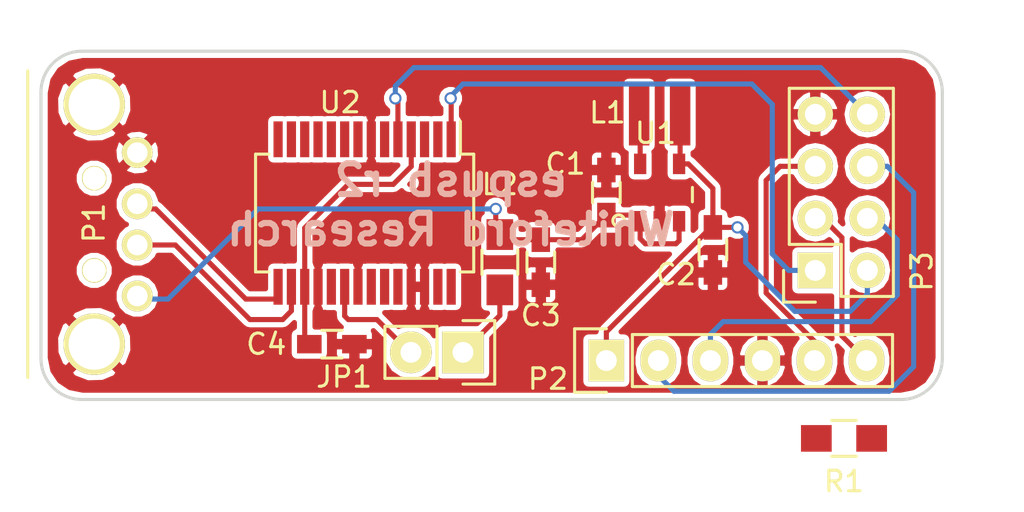
<source format=kicad_pcb>
(kicad_pcb (version 4) (host pcbnew "(2015-11-24 BZR 6329)-product")

  (general
    (links 38)
    (no_connects 5)
    (area 121.924999 97.424999 166.075001 114.575001)
    (thickness 1.6)
    (drawings 9)
    (tracks 113)
    (zones 0)
    (modules 13)
    (nets 16)
  )

  (page A4)
  (layers
    (0 F.Cu signal)
    (31 B.Cu signal)
    (32 B.Adhes user)
    (33 F.Adhes user)
    (34 B.Paste user)
    (35 F.Paste user)
    (36 B.SilkS user)
    (37 F.SilkS user)
    (38 B.Mask user)
    (39 F.Mask user)
    (40 Dwgs.User user)
    (41 Cmts.User user)
    (42 Eco1.User user)
    (43 Eco2.User user)
    (44 Edge.Cuts user)
    (45 Margin user)
    (46 B.CrtYd user)
    (47 F.CrtYd user)
    (48 B.Fab user)
    (49 F.Fab user)
  )

  (setup
    (last_trace_width 0.25)
    (trace_clearance 0.2)
    (zone_clearance 0.254)
    (zone_45_only no)
    (trace_min 0.2)
    (segment_width 0.2)
    (edge_width 0.15)
    (via_size 0.6)
    (via_drill 0.4)
    (via_min_size 0.4)
    (via_min_drill 0.3)
    (uvia_size 0.3)
    (uvia_drill 0.1)
    (uvias_allowed no)
    (uvia_min_size 0.2)
    (uvia_min_drill 0.1)
    (pcb_text_width 0.3)
    (pcb_text_size 1.5 1.5)
    (mod_edge_width 0.15)
    (mod_text_size 1 1)
    (mod_text_width 0.15)
    (pad_size 1.524 1.524)
    (pad_drill 0.762)
    (pad_to_mask_clearance 0.2)
    (aux_axis_origin 0 0)
    (visible_elements FFFFFF7F)
    (pcbplotparams
      (layerselection 0x010f0_80000001)
      (usegerberextensions false)
      (excludeedgelayer true)
      (linewidth 0.100000)
      (plotframeref false)
      (viasonmask false)
      (mode 1)
      (useauxorigin false)
      (hpglpennumber 1)
      (hpglpenspeed 20)
      (hpglpendiameter 15)
      (hpglpenoverlay 2)
      (psnegative false)
      (psa4output false)
      (plotreference true)
      (plotvalue true)
      (plotinvisibletext false)
      (padsonsilk false)
      (subtractmaskfromsilk false)
      (outputformat 1)
      (mirror false)
      (drillshape 0)
      (scaleselection 1)
      (outputdirectory gerbers/))
  )

  (net 0 "")
  (net 1 +5V)
  (net 2 GND)
  (net 3 +3V3)
  (net 4 "Net-(C4-Pad1)")
  (net 5 "Net-(JP1-Pad1)")
  (net 6 "Net-(JP1-Pad2)")
  (net 7 "Net-(L1-Pad1)")
  (net 8 USB_DP)
  (net 9 USB_DM)
  (net 10 "Net-(P2-Pad2)")
  (net 11 "Net-(P2-Pad5)")
  (net 12 "Net-(P2-Pad6)")
  (net 13 FT232_TX)
  (net 14 FT232_RX)
  (net 15 "Net-(P2-Pad4)")

  (net_class Default "This is the default net class."
    (clearance 0.2)
    (trace_width 0.25)
    (via_dia 0.6)
    (via_drill 0.4)
    (uvia_dia 0.3)
    (uvia_drill 0.1)
    (add_net +3V3)
    (add_net +5V)
    (add_net FT232_RX)
    (add_net FT232_TX)
    (add_net GND)
    (add_net "Net-(C4-Pad1)")
    (add_net "Net-(JP1-Pad1)")
    (add_net "Net-(JP1-Pad2)")
    (add_net "Net-(L1-Pad1)")
    (add_net "Net-(P2-Pad2)")
    (add_net "Net-(P2-Pad4)")
    (add_net "Net-(P2-Pad5)")
    (add_net "Net-(P2-Pad6)")
    (add_net USB_DM)
    (add_net USB_DP)
  )

  (module Connect:USB_A (layer F.Cu) (tedit 5706DAE6) (tstamp 569AC5B4)
    (at 122.5 109.5 90)
    (descr "USB A connector")
    (tags "USB USB_A")
    (path /569A96AF)
    (fp_text reference P1 (at 3.62 2.09 90) (layer F.SilkS)
      (effects (font (size 1 1) (thickness 0.15)))
    )
    (fp_text value USB_A (at 3.83794 7.43458 90) (layer F.Fab) hide
      (effects (font (size 1 1) (thickness 0.15)))
    )
    (fp_line (start -5.3 -1.4) (end 11.95 -1.4) (layer F.CrtYd) (width 0.05))
    (fp_line (start 11.04986 -1.14512) (end -3.93614 -1.14512) (layer F.SilkS) (width 0.15))
    (pad 4 thru_hole circle (at 7.05 4.2) (size 1.50114 1.50114) (drill 1.00076) (layers *.Cu *.Mask F.SilkS)
      (net 2 GND))
    (pad 3 thru_hole circle (at 4.55 4.2) (size 1.50114 1.50114) (drill 1.00076) (layers *.Cu *.Mask F.SilkS)
      (net 8 USB_DP))
    (pad 2 thru_hole circle (at 2.54 4.2) (size 1.50114 1.50114) (drill 1.00076) (layers *.Cu *.Mask F.SilkS)
      (net 9 USB_DM))
    (pad 1 thru_hole circle (at 0.05 4.2) (size 1.50114 1.50114) (drill 1.00076) (layers *.Cu *.Mask F.SilkS)
      (net 1 +5V))
    (pad 5 thru_hole circle (at 9.4 2.1) (size 2.99974 2.99974) (drill 2.5) (layers *.Cu *.Mask F.SilkS)
      (net 2 GND))
    (pad 5 thru_hole circle (at -2.3 2.1) (size 2.99974 2.99974) (drill 2.5) (layers *.Cu *.Mask F.SilkS)
      (net 2 GND))
    (pad 6 thru_hole circle (at 5.8 2.1) (size 1.2 1.2) (drill 1.1) (layers *.Cu *.Mask F.SilkS))
    (pad 7 thru_hole circle (at 1.3 2.1) (size 1.2 1.2) (drill 1.1) (layers *.Cu *.Mask F.SilkS))
    (model Connect.3dshapes/USB_A.wrl
      (at (xyz 0.14 0 0))
      (scale (xyz 1 1 1))
      (rotate (xyz 0 0 90))
    )
  )

  (module Resistors_SMD:R_0603_HandSoldering (layer F.Cu) (tedit 569AC68F) (tstamp 569AC586)
    (at 149.6 104.4 90)
    (descr "Resistor SMD 0603, hand soldering")
    (tags "resistor 0603")
    (path /569A8272)
    (attr smd)
    (fp_text reference C1 (at 1.4 -2 180) (layer F.SilkS)
      (effects (font (size 1 1) (thickness 0.15)))
    )
    (fp_text value 4.7uF (at 0 1.9 90) (layer F.Fab) hide
      (effects (font (size 1 1) (thickness 0.15)))
    )
    (fp_line (start -2 -0.8) (end 2 -0.8) (layer F.CrtYd) (width 0.05))
    (fp_line (start -2 0.8) (end 2 0.8) (layer F.CrtYd) (width 0.05))
    (fp_line (start -2 -0.8) (end -2 0.8) (layer F.CrtYd) (width 0.05))
    (fp_line (start 2 -0.8) (end 2 0.8) (layer F.CrtYd) (width 0.05))
    (fp_line (start 0.5 0.675) (end -0.5 0.675) (layer F.SilkS) (width 0.15))
    (fp_line (start -0.5 -0.675) (end 0.5 -0.675) (layer F.SilkS) (width 0.15))
    (pad 1 smd rect (at -1.1 0 90) (size 1.2 0.9) (layers F.Cu F.Paste F.Mask)
      (net 1 +5V))
    (pad 2 smd rect (at 1.1 0 90) (size 1.2 0.9) (layers F.Cu F.Paste F.Mask)
      (net 2 GND))
    (model Resistors_SMD.3dshapes/R_0603_HandSoldering.wrl
      (at (xyz 0 0 0))
      (scale (xyz 1 1 1))
      (rotate (xyz 0 0 0))
    )
  )

  (module Resistors_SMD:R_0603_HandSoldering (layer F.Cu) (tedit 569AC683) (tstamp 569AC58C)
    (at 154.8 107.2 270)
    (descr "Resistor SMD 0603, hand soldering")
    (tags "resistor 0603")
    (path /569A823B)
    (attr smd)
    (fp_text reference C2 (at 1.2 1.8 360) (layer F.SilkS)
      (effects (font (size 1 1) (thickness 0.15)))
    )
    (fp_text value 4.7uF (at 0 1.9 270) (layer F.Fab) hide
      (effects (font (size 1 1) (thickness 0.15)))
    )
    (fp_line (start -2 -0.8) (end 2 -0.8) (layer F.CrtYd) (width 0.05))
    (fp_line (start -2 0.8) (end 2 0.8) (layer F.CrtYd) (width 0.05))
    (fp_line (start -2 -0.8) (end -2 0.8) (layer F.CrtYd) (width 0.05))
    (fp_line (start 2 -0.8) (end 2 0.8) (layer F.CrtYd) (width 0.05))
    (fp_line (start 0.5 0.675) (end -0.5 0.675) (layer F.SilkS) (width 0.15))
    (fp_line (start -0.5 -0.675) (end 0.5 -0.675) (layer F.SilkS) (width 0.15))
    (pad 1 smd rect (at -1.1 0 270) (size 1.2 0.9) (layers F.Cu F.Paste F.Mask)
      (net 3 +3V3))
    (pad 2 smd rect (at 1.1 0 270) (size 1.2 0.9) (layers F.Cu F.Paste F.Mask)
      (net 2 GND))
    (model Resistors_SMD.3dshapes/R_0603_HandSoldering.wrl
      (at (xyz 0 0 0))
      (scale (xyz 1 1 1))
      (rotate (xyz 0 0 0))
    )
  )

  (module Resistors_SMD:R_0603_HandSoldering (layer F.Cu) (tedit 569AD07E) (tstamp 569AC592)
    (at 146.4 107.8 270)
    (descr "Resistor SMD 0603, hand soldering")
    (tags "resistor 0603")
    (path /569AC3DA)
    (attr smd)
    (fp_text reference C3 (at 2.6 0 360) (layer F.SilkS)
      (effects (font (size 1 1) (thickness 0.15)))
    )
    (fp_text value 10nF (at 0 1.9 270) (layer F.Fab) hide
      (effects (font (size 1 1) (thickness 0.15)))
    )
    (fp_line (start -2 -0.8) (end 2 -0.8) (layer F.CrtYd) (width 0.05))
    (fp_line (start -2 0.8) (end 2 0.8) (layer F.CrtYd) (width 0.05))
    (fp_line (start -2 -0.8) (end -2 0.8) (layer F.CrtYd) (width 0.05))
    (fp_line (start 2 -0.8) (end 2 0.8) (layer F.CrtYd) (width 0.05))
    (fp_line (start 0.5 0.675) (end -0.5 0.675) (layer F.SilkS) (width 0.15))
    (fp_line (start -0.5 -0.675) (end 0.5 -0.675) (layer F.SilkS) (width 0.15))
    (pad 1 smd rect (at -1.1 0 270) (size 1.2 0.9) (layers F.Cu F.Paste F.Mask)
      (net 1 +5V))
    (pad 2 smd rect (at 1.1 0 270) (size 1.2 0.9) (layers F.Cu F.Paste F.Mask)
      (net 2 GND))
    (model Resistors_SMD.3dshapes/R_0603_HandSoldering.wrl
      (at (xyz 0 0 0))
      (scale (xyz 1 1 1))
      (rotate (xyz 0 0 0))
    )
  )

  (module Resistors_SMD:R_0603_HandSoldering (layer F.Cu) (tedit 569AC6C0) (tstamp 569AC598)
    (at 136.2 111.8)
    (descr "Resistor SMD 0603, hand soldering")
    (tags "resistor 0603")
    (path /569ACA54)
    (attr smd)
    (fp_text reference C4 (at -3.2 0) (layer F.SilkS)
      (effects (font (size 1 1) (thickness 0.15)))
    )
    (fp_text value 100nF (at 0 1.9) (layer F.Fab) hide
      (effects (font (size 1 1) (thickness 0.15)))
    )
    (fp_line (start -2 -0.8) (end 2 -0.8) (layer F.CrtYd) (width 0.05))
    (fp_line (start -2 0.8) (end 2 0.8) (layer F.CrtYd) (width 0.05))
    (fp_line (start -2 -0.8) (end -2 0.8) (layer F.CrtYd) (width 0.05))
    (fp_line (start 2 -0.8) (end 2 0.8) (layer F.CrtYd) (width 0.05))
    (fp_line (start 0.5 0.675) (end -0.5 0.675) (layer F.SilkS) (width 0.15))
    (fp_line (start -0.5 -0.675) (end 0.5 -0.675) (layer F.SilkS) (width 0.15))
    (pad 1 smd rect (at -1.1 0) (size 1.2 0.9) (layers F.Cu F.Paste F.Mask)
      (net 4 "Net-(C4-Pad1)"))
    (pad 2 smd rect (at 1.1 0) (size 1.2 0.9) (layers F.Cu F.Paste F.Mask)
      (net 2 GND))
    (model Resistors_SMD.3dshapes/R_0603_HandSoldering.wrl
      (at (xyz 0 0 0))
      (scale (xyz 1 1 1))
      (rotate (xyz 0 0 0))
    )
  )

  (module Socket_Strips:Socket_Strip_Straight_1x02 (layer F.Cu) (tedit 569AD149) (tstamp 569AC59E)
    (at 142.6 112.2 180)
    (descr "Through hole socket strip")
    (tags "socket strip")
    (path /569AE5F1)
    (fp_text reference JP1 (at 5.8 -1.2 180) (layer F.SilkS)
      (effects (font (size 1 1) (thickness 0.15)))
    )
    (fp_text value JUMPER (at 0 -3.1 180) (layer F.Fab) hide
      (effects (font (size 1 1) (thickness 0.15)))
    )
    (fp_line (start -1.55 1.55) (end 0 1.55) (layer F.SilkS) (width 0.15))
    (fp_line (start 3.81 1.27) (end 1.27 1.27) (layer F.SilkS) (width 0.15))
    (fp_line (start -1.75 -1.75) (end -1.75 1.75) (layer F.CrtYd) (width 0.05))
    (fp_line (start 4.3 -1.75) (end 4.3 1.75) (layer F.CrtYd) (width 0.05))
    (fp_line (start -1.75 -1.75) (end 4.3 -1.75) (layer F.CrtYd) (width 0.05))
    (fp_line (start -1.75 1.75) (end 4.3 1.75) (layer F.CrtYd) (width 0.05))
    (fp_line (start 1.27 1.27) (end 1.27 -1.27) (layer F.SilkS) (width 0.15))
    (fp_line (start 0 -1.55) (end -1.55 -1.55) (layer F.SilkS) (width 0.15))
    (fp_line (start -1.55 -1.55) (end -1.55 1.55) (layer F.SilkS) (width 0.15))
    (fp_line (start 1.27 -1.27) (end 3.81 -1.27) (layer F.SilkS) (width 0.15))
    (fp_line (start 3.81 -1.27) (end 3.81 1.27) (layer F.SilkS) (width 0.15))
    (pad 1 thru_hole rect (at 0 0 180) (size 2.032 2.032) (drill 1.016) (layers *.Cu *.Mask F.SilkS)
      (net 5 "Net-(JP1-Pad1)"))
    (pad 2 thru_hole oval (at 2.54 0 180) (size 2.032 2.032) (drill 1.016) (layers *.Cu *.Mask F.SilkS)
      (net 6 "Net-(JP1-Pad2)"))
    (model Socket_Strips.3dshapes/Socket_Strip_Straight_1x02.wrl
      (at (xyz 0.05 0 0))
      (scale (xyz 1 1 1))
      (rotate (xyz 0 0 180))
    )
  )

  (module espusb:TDK_VLS_INDUCTOR (layer F.Cu) (tedit 569ACC61) (tstamp 569AC5A4)
    (at 152.2 100.6)
    (path /569A81F4)
    (fp_text reference L1 (at -2.55 -0.1) (layer F.SilkS)
      (effects (font (size 1 1) (thickness 0.15)))
    )
    (fp_text value 4.7uH (at 0 -7) (layer F.Fab) hide
      (effects (font (size 1 1) (thickness 0.15)))
    )
    (pad 1 smd rect (at -1 0) (size 1 3) (layers F.Cu F.Paste F.Mask)
      (net 7 "Net-(L1-Pad1)"))
    (pad 2 smd rect (at 1 0) (size 1 3) (layers F.Cu F.Paste F.Mask)
      (net 3 +3V3))
  )

  (module Resistors_SMD:R_0805_HandSoldering (layer F.Cu) (tedit 569AD081) (tstamp 569AC5AA)
    (at 144.4 107.8 270)
    (descr "Resistor SMD 0805, hand soldering")
    (tags "resistor 0805")
    (path /569AC200)
    (attr smd)
    (fp_text reference L2 (at -3.8 0 360) (layer F.SilkS)
      (effects (font (size 1 1) (thickness 0.15)))
    )
    (fp_text value "bead 0805" (at 0 2.1 270) (layer F.Fab) hide
      (effects (font (size 1 1) (thickness 0.15)))
    )
    (fp_line (start -2.4 -1) (end 2.4 -1) (layer F.CrtYd) (width 0.05))
    (fp_line (start -2.4 1) (end 2.4 1) (layer F.CrtYd) (width 0.05))
    (fp_line (start -2.4 -1) (end -2.4 1) (layer F.CrtYd) (width 0.05))
    (fp_line (start 2.4 -1) (end 2.4 1) (layer F.CrtYd) (width 0.05))
    (fp_line (start 0.6 0.875) (end -0.6 0.875) (layer F.SilkS) (width 0.15))
    (fp_line (start -0.6 -0.875) (end 0.6 -0.875) (layer F.SilkS) (width 0.15))
    (pad 1 smd rect (at -1.35 0 270) (size 1.5 1.3) (layers F.Cu F.Paste F.Mask)
      (net 1 +5V))
    (pad 2 smd rect (at 1.35 0 270) (size 1.5 1.3) (layers F.Cu F.Paste F.Mask)
      (net 5 "Net-(JP1-Pad1)"))
    (model Resistors_SMD.3dshapes/R_0805_HandSoldering.wrl
      (at (xyz 0 0 0))
      (scale (xyz 1 1 1))
      (rotate (xyz 0 0 0))
    )
  )

  (module Socket_Strips:Socket_Strip_Straight_1x06 (layer F.Cu) (tedit 569AD13E) (tstamp 569AC5BE)
    (at 149.6 112.6)
    (descr "Through hole socket strip")
    (tags "socket strip")
    (path /569B0FD5)
    (fp_text reference P2 (at -2.85 0.9) (layer F.SilkS)
      (effects (font (size 1 1) (thickness 0.15)))
    )
    (fp_text value CONN_01X06 (at 9.65 -16.35) (layer F.Fab) hide
      (effects (font (size 1 1) (thickness 0.15)))
    )
    (fp_line (start -1.75 -1.75) (end -1.75 1.75) (layer F.CrtYd) (width 0.05))
    (fp_line (start 14.45 -1.75) (end 14.45 1.75) (layer F.CrtYd) (width 0.05))
    (fp_line (start -1.75 -1.75) (end 14.45 -1.75) (layer F.CrtYd) (width 0.05))
    (fp_line (start -1.75 1.75) (end 14.45 1.75) (layer F.CrtYd) (width 0.05))
    (fp_line (start 1.27 1.27) (end 13.97 1.27) (layer F.SilkS) (width 0.15))
    (fp_line (start 13.97 1.27) (end 13.97 -1.27) (layer F.SilkS) (width 0.15))
    (fp_line (start 13.97 -1.27) (end 1.27 -1.27) (layer F.SilkS) (width 0.15))
    (fp_line (start -1.55 1.55) (end 0 1.55) (layer F.SilkS) (width 0.15))
    (fp_line (start 1.27 1.27) (end 1.27 -1.27) (layer F.SilkS) (width 0.15))
    (fp_line (start 0 -1.55) (end -1.55 -1.55) (layer F.SilkS) (width 0.15))
    (fp_line (start -1.55 -1.55) (end -1.55 1.55) (layer F.SilkS) (width 0.15))
    (pad 1 thru_hole rect (at 0 0) (size 1.7272 2.032) (drill 1.016) (layers *.Cu *.Mask F.SilkS)
      (net 3 +3V3))
    (pad 2 thru_hole oval (at 2.54 0) (size 1.7272 2.032) (drill 1.016) (layers *.Cu *.Mask F.SilkS)
      (net 10 "Net-(P2-Pad2)"))
    (pad 3 thru_hole oval (at 5.08 0) (size 1.7272 2.032) (drill 1.016) (layers *.Cu *.Mask F.SilkS)
      (net 2 GND))
    (pad 4 thru_hole oval (at 7.62 0) (size 1.7272 2.032) (drill 1.016) (layers *.Cu *.Mask F.SilkS)
      (net 15 "Net-(P2-Pad4)"))
    (pad 5 thru_hole oval (at 10.16 0) (size 1.7272 2.032) (drill 1.016) (layers *.Cu *.Mask F.SilkS)
      (net 11 "Net-(P2-Pad5)"))
    (pad 6 thru_hole oval (at 12.7 0) (size 1.7272 2.032) (drill 1.016) (layers *.Cu *.Mask F.SilkS)
      (net 12 "Net-(P2-Pad6)"))
    (model Socket_Strips.3dshapes/Socket_Strip_Straight_1x06.wrl
      (at (xyz 0.25 0 0))
      (scale (xyz 1 1 1))
      (rotate (xyz 0 0 180))
    )
  )

  (module Socket_Strips:Socket_Strip_Straight_2x04 (layer F.Cu) (tedit 569AD144) (tstamp 569AC5CA)
    (at 159.8 108.2 90)
    (descr "Through hole socket strip")
    (tags "socket strip")
    (path /569AEBD3)
    (fp_text reference P3 (at -0.05 5.2 90) (layer F.SilkS)
      (effects (font (size 1 1) (thickness 0.15)))
    )
    (fp_text value CONN_02X04 (at 9.95 8.7 90) (layer F.Fab) hide
      (effects (font (size 1 1) (thickness 0.15)))
    )
    (fp_line (start -1.75 -1.75) (end -1.75 4.3) (layer F.CrtYd) (width 0.05))
    (fp_line (start 9.4 -1.75) (end 9.4 4.3) (layer F.CrtYd) (width 0.05))
    (fp_line (start -1.75 -1.75) (end 9.4 -1.75) (layer F.CrtYd) (width 0.05))
    (fp_line (start -1.75 4.3) (end 9.4 4.3) (layer F.CrtYd) (width 0.05))
    (fp_line (start 1.27 -1.27) (end 8.89 -1.27) (layer F.SilkS) (width 0.15))
    (fp_line (start 8.89 -1.27) (end 8.89 3.81) (layer F.SilkS) (width 0.15))
    (fp_line (start 8.89 3.81) (end -1.27 3.81) (layer F.SilkS) (width 0.15))
    (fp_line (start -1.27 3.81) (end -1.27 1.27) (layer F.SilkS) (width 0.15))
    (fp_line (start 0 -1.55) (end -1.55 -1.55) (layer F.SilkS) (width 0.15))
    (fp_line (start -1.27 1.27) (end 1.27 1.27) (layer F.SilkS) (width 0.15))
    (fp_line (start 1.27 1.27) (end 1.27 -1.27) (layer F.SilkS) (width 0.15))
    (fp_line (start -1.55 -1.55) (end -1.55 0) (layer F.SilkS) (width 0.15))
    (pad 1 thru_hole rect (at 0 0 90) (size 1.7272 1.7272) (drill 1.016) (layers *.Cu *.Mask F.SilkS)
      (net 13 FT232_TX))
    (pad 2 thru_hole oval (at 0 2.54 90) (size 1.7272 1.7272) (drill 1.016) (layers *.Cu *.Mask F.SilkS)
      (net 3 +3V3))
    (pad 3 thru_hole oval (at 2.54 0 90) (size 1.7272 1.7272) (drill 1.016) (layers *.Cu *.Mask F.SilkS)
      (net 12 "Net-(P2-Pad6)"))
    (pad 4 thru_hole oval (at 2.54 2.54 90) (size 1.7272 1.7272) (drill 1.016) (layers *.Cu *.Mask F.SilkS)
      (net 10 "Net-(P2-Pad2)"))
    (pad 5 thru_hole oval (at 5.08 0 90) (size 1.7272 1.7272) (drill 1.016) (layers *.Cu *.Mask F.SilkS)
      (net 11 "Net-(P2-Pad5)"))
    (pad 6 thru_hole oval (at 5.08 2.54 90) (size 1.7272 1.7272) (drill 1.016) (layers *.Cu *.Mask F.SilkS)
      (net 15 "Net-(P2-Pad4)"))
    (pad 7 thru_hole oval (at 7.62 0 90) (size 1.7272 1.7272) (drill 1.016) (layers *.Cu *.Mask F.SilkS)
      (net 2 GND))
    (pad 8 thru_hole oval (at 7.62 2.54 90) (size 1.7272 1.7272) (drill 1.016) (layers *.Cu *.Mask F.SilkS)
      (net 14 FT232_RX))
    (model Socket_Strips.3dshapes/Socket_Strip_Straight_2x04.wrl
      (at (xyz 0.15 -0.05 0))
      (scale (xyz 1 1 1))
      (rotate (xyz 0 0 180))
    )
  )

  (module espusb:TSOT-5 (layer F.Cu) (tedit 569AD02A) (tstamp 569AC5D3)
    (at 152.2 104.5)
    (descr "TSOP-6 MK06A housing 6pin")
    (path /569A81AF)
    (attr smd)
    (fp_text reference U1 (at -0.2 -3) (layer F.SilkS)
      (effects (font (size 1 1) (thickness 0.15)))
    )
    (fp_text value MCP1603 (at -0.4 7.4) (layer F.Fab) hide
      (effects (font (size 1 1) (thickness 0.15)))
    )
    (fp_circle (center -2 1.275) (end -1.825 1.5) (layer F.SilkS) (width 0.15))
    (fp_line (start 1.6002 -0.35052) (end 1.6002 0.35052) (layer F.SilkS) (width 0.15))
    (pad 1 smd rect (at -0.94996 1.30048) (size 0.6 1.00076) (layers F.Cu F.Paste F.Mask)
      (net 1 +5V))
    (pad 2 smd rect (at 0 1.30048) (size 0.6 1.00076) (layers F.Cu F.Paste F.Mask)
      (net 2 GND))
    (pad 3 smd rect (at 0.94996 1.30048) (size 0.6 1.00076) (layers F.Cu F.Paste F.Mask)
      (net 1 +5V))
    (pad 4 smd rect (at 0.94996 -1.5) (size 0.6 1.00076) (layers F.Cu F.Paste F.Mask)
      (net 3 +3V3))
    (pad 5 smd rect (at -0.94996 -1.5) (size 0.6 1.00076) (layers F.Cu F.Paste F.Mask)
      (net 7 "Net-(L1-Pad1)"))
    (model TO_SOT_Packages_SMD.3dshapes/TSOT-6-MK06A.wrl
      (at (xyz 0 0 0))
      (scale (xyz 1 1 1))
      (rotate (xyz 0 0 0))
    )
  )

  (module espusb:SSOP-28_5.3x10.2mm_Pitch0.65mm (layer F.Cu) (tedit 569AD079) (tstamp 569AC5F3)
    (at 137.8 105.4 270)
    (descr "28-Lead Plastic Shrink Small Outline (SS)-5.30 mm Body [SSOP] (see Microchip Packaging Specification 00000049BS.pdf)")
    (tags "SSOP 0.65")
    (path /569AAC6F)
    (attr smd)
    (fp_text reference U2 (at -5.4 1.2 360) (layer F.SilkS)
      (effects (font (size 1 1) (thickness 0.15)))
    )
    (fp_text value FT232 (at -0.25 0.25 360) (layer F.Fab)
      (effects (font (size 1 1) (thickness 0.15)))
    )
    (fp_line (start -4.75 -5.5) (end -4.75 5.5) (layer F.CrtYd) (width 0.05))
    (fp_line (start 4.75 -5.5) (end 4.75 5.5) (layer F.CrtYd) (width 0.05))
    (fp_line (start -4.75 -5.5) (end 4.75 -5.5) (layer F.CrtYd) (width 0.05))
    (fp_line (start -4.75 5.5) (end 4.75 5.5) (layer F.CrtYd) (width 0.05))
    (fp_line (start -2.875 -5.325) (end -2.875 -4.675) (layer F.SilkS) (width 0.15))
    (fp_line (start 2.875 -5.325) (end 2.875 -4.675) (layer F.SilkS) (width 0.15))
    (fp_line (start 2.875 5.325) (end 2.875 4.675) (layer F.SilkS) (width 0.15))
    (fp_line (start -2.875 5.325) (end -2.875 4.675) (layer F.SilkS) (width 0.15))
    (fp_line (start -2.875 -5.325) (end 2.875 -5.325) (layer F.SilkS) (width 0.15))
    (fp_line (start -2.875 5.325) (end 2.875 5.325) (layer F.SilkS) (width 0.15))
    (fp_line (start -2.875 -4.675) (end -4.475 -4.675) (layer F.SilkS) (width 0.15))
    (pad 1 smd rect (at -3.6 -4.225 270) (size 1.75 0.45) (layers F.Cu F.Paste F.Mask)
      (net 13 FT232_TX))
    (pad 2 smd rect (at -3.6 -3.575 270) (size 1.75 0.45) (layers F.Cu F.Paste F.Mask))
    (pad 3 smd rect (at -3.6 -2.925 270) (size 1.75 0.45) (layers F.Cu F.Paste F.Mask))
    (pad 4 smd rect (at -3.6 -2.275 270) (size 1.75 0.45) (layers F.Cu F.Paste F.Mask)
      (net 4 "Net-(C4-Pad1)"))
    (pad 5 smd rect (at -3.6 -1.625 270) (size 1.75 0.45) (layers F.Cu F.Paste F.Mask)
      (net 14 FT232_RX))
    (pad 6 smd rect (at -3.6 -0.975 270) (size 1.75 0.45) (layers F.Cu F.Paste F.Mask))
    (pad 7 smd rect (at -3.6 -0.325 270) (size 1.75 0.45) (layers F.Cu F.Paste F.Mask)
      (net 2 GND))
    (pad 8 smd rect (at -3.6 0.325 270) (size 1.75 0.45) (layers F.Cu F.Paste F.Mask))
    (pad 9 smd rect (at -3.6 0.975 270) (size 1.75 0.45) (layers F.Cu F.Paste F.Mask))
    (pad 10 smd rect (at -3.6 1.625 270) (size 1.75 0.45) (layers F.Cu F.Paste F.Mask))
    (pad 11 smd rect (at -3.6 2.275 270) (size 1.75 0.45) (layers F.Cu F.Paste F.Mask))
    (pad 12 smd rect (at -3.6 2.925 270) (size 1.75 0.45) (layers F.Cu F.Paste F.Mask))
    (pad 13 smd rect (at -3.6 3.575 270) (size 1.75 0.45) (layers F.Cu F.Paste F.Mask))
    (pad 14 smd rect (at -3.6 4.225 270) (size 1.75 0.45) (layers F.Cu F.Paste F.Mask))
    (pad 15 smd rect (at 3.6 4.225 270) (size 1.75 0.45) (layers F.Cu F.Paste F.Mask)
      (net 8 USB_DP))
    (pad 16 smd rect (at 3.6 3.575 270) (size 1.75 0.45) (layers F.Cu F.Paste F.Mask)
      (net 9 USB_DM))
    (pad 17 smd rect (at 3.6 2.925 270) (size 1.75 0.45) (layers F.Cu F.Paste F.Mask)
      (net 4 "Net-(C4-Pad1)"))
    (pad 18 smd rect (at 3.6 2.275 270) (size 1.75 0.45) (layers F.Cu F.Paste F.Mask)
      (net 2 GND))
    (pad 19 smd rect (at 3.6 1.625 270) (size 1.75 0.45) (layers F.Cu F.Paste F.Mask))
    (pad 20 smd rect (at 3.6 0.975 270) (size 1.75 0.45) (layers F.Cu F.Paste F.Mask)
      (net 6 "Net-(JP1-Pad2)"))
    (pad 21 smd rect (at 3.6 0.325 270) (size 1.75 0.45) (layers F.Cu F.Paste F.Mask)
      (net 2 GND))
    (pad 22 smd rect (at 3.6 -0.325 270) (size 1.75 0.45) (layers F.Cu F.Paste F.Mask))
    (pad 23 smd rect (at 3.6 -0.975 270) (size 1.75 0.45) (layers F.Cu F.Paste F.Mask))
    (pad 24 smd rect (at 3.6 -1.625 270) (size 1.75 0.45) (layers F.Cu F.Paste F.Mask))
    (pad 25 smd rect (at 3.6 -2.275 270) (size 1.75 0.45) (layers F.Cu F.Paste F.Mask)
      (net 2 GND))
    (pad 26 smd rect (at 3.6 -2.925 270) (size 1.75 0.45) (layers F.Cu F.Paste F.Mask)
      (net 2 GND))
    (pad 27 smd rect (at 3.6 -3.575 270) (size 1.75 0.45) (layers F.Cu F.Paste F.Mask))
    (pad 28 smd rect (at 3.6 -4.225 270) (size 1.75 0.45) (layers F.Cu F.Paste F.Mask))
    (model Housings_SSOP.3dshapes/SSOP-28_5.3x10.2mm_Pitch0.65mm.wrl
      (at (xyz 0 0 0))
      (scale (xyz 1 1 1))
      (rotate (xyz 0 0 0))
    )
  )

  (module Resistors_SMD:R_0805_HandSoldering (layer F.Cu) (tedit 54189DEE) (tstamp 572894D3)
    (at 161.2 116.4 180)
    (descr "Resistor SMD 0805, hand soldering")
    (tags "resistor 0805")
    (path /57289BFF)
    (attr smd)
    (fp_text reference R1 (at 0 -2.1 180) (layer F.SilkS)
      (effects (font (size 1 1) (thickness 0.15)))
    )
    (fp_text value 0 (at 0 2.1 180) (layer F.Fab)
      (effects (font (size 1 1) (thickness 0.15)))
    )
    (fp_line (start -2.4 -1) (end 2.4 -1) (layer F.CrtYd) (width 0.05))
    (fp_line (start -2.4 1) (end 2.4 1) (layer F.CrtYd) (width 0.05))
    (fp_line (start -2.4 -1) (end -2.4 1) (layer F.CrtYd) (width 0.05))
    (fp_line (start 2.4 -1) (end 2.4 1) (layer F.CrtYd) (width 0.05))
    (fp_line (start 0.6 0.875) (end -0.6 0.875) (layer F.SilkS) (width 0.15))
    (fp_line (start -0.6 -0.875) (end 0.6 -0.875) (layer F.SilkS) (width 0.15))
    (pad 1 smd rect (at -1.35 0 180) (size 1.5 1.3) (layers F.Cu F.Paste F.Mask)
      (net 12 "Net-(P2-Pad6)"))
    (pad 2 smd rect (at 1.35 0 180) (size 1.5 1.3) (layers F.Cu F.Paste F.Mask)
      (net 11 "Net-(P2-Pad5)"))
    (model Resistors_SMD.3dshapes/R_0805_HandSoldering.wrl
      (at (xyz 0 0 0))
      (scale (xyz 1 1 1))
      (rotate (xyz 0 0 0))
    )
  )

  (gr_text "espusb r2\nWhiteford Research" (at 142 105) (layer B.SilkS)
    (effects (font (size 1.5 1.5) (thickness 0.3)) (justify mirror))
  )
  (gr_line (start 166 112.5) (end 166 99.5) (angle 90) (layer Edge.Cuts) (width 0.15))
  (gr_line (start 122 99.5) (end 122 112.5) (angle 90) (layer Edge.Cuts) (width 0.15))
  (gr_arc (start 164 99.5) (end 164 97.5) (angle 90) (layer Edge.Cuts) (width 0.15))
  (gr_arc (start 164 112.5) (end 166 112.5) (angle 90) (layer Edge.Cuts) (width 0.15))
  (gr_arc (start 124 112.5) (end 124 114.5) (angle 90) (layer Edge.Cuts) (width 0.15))
  (gr_arc (start 124 99.5) (end 122 99.5) (angle 90) (layer Edge.Cuts) (width 0.15))
  (gr_line (start 164 114.5) (end 124 114.5) (angle 90) (layer Edge.Cuts) (width 0.15))
  (gr_line (start 124 97.5) (end 164 97.5) (angle 90) (layer Edge.Cuts) (width 0.15))

  (segment (start 140 104) (end 140.075 103.925) (width 0.25) (layer F.Cu) (net 0) (tstamp 569AD183))
  (segment (start 126.85 109.6) (end 128.2 109.6) (width 0.25) (layer B.Cu) (net 1))
  (via (at 144.2 105.2) (size 0.6) (drill 0.4) (layers F.Cu B.Cu) (net 1))
  (segment (start 144.2 105.2) (end 132.6 105.2) (width 0.25) (layer B.Cu) (net 1) (tstamp 569ACFA1))
  (segment (start 132.6 105.2) (end 128.2 109.6) (width 0.25) (layer B.Cu) (net 1) (tstamp 569ACFA2))
  (segment (start 144.2 105.2) (end 144.2 106.25) (width 0.25) (layer F.Cu) (net 1) (tstamp 569ACF8E))
  (segment (start 126.85 109.6) (end 126.7 109.45) (width 0.25) (layer B.Cu) (net 1) (tstamp 5706DDC0))
  (segment (start 151.25004 105.80048) (end 151.25004 106.65004) (width 0.25) (layer F.Cu) (net 1))
  (segment (start 153.14996 106.75004) (end 153.14996 105.80048) (width 0.25) (layer F.Cu) (net 1) (tstamp 5706D607))
  (segment (start 153 106.9) (end 153.14996 106.75004) (width 0.25) (layer F.Cu) (net 1) (tstamp 5706D604))
  (segment (start 151.5 106.9) (end 153 106.9) (width 0.25) (layer F.Cu) (net 1) (tstamp 5706D603))
  (segment (start 151.25004 106.65004) (end 151.5 106.9) (width 0.25) (layer F.Cu) (net 1) (tstamp 5706D602))
  (segment (start 149.6 105.5) (end 150.94956 105.5) (width 0.25) (layer F.Cu) (net 1))
  (segment (start 150.94956 105.5) (end 151.25004 105.80048) (width 0.25) (layer F.Cu) (net 1) (tstamp 5706D5BB))
  (segment (start 146.4 106.7) (end 148.4 106.7) (width 0.25) (layer F.Cu) (net 1))
  (segment (start 148.4 106.7) (end 149.6 105.5) (width 0.25) (layer F.Cu) (net 1) (tstamp 569AD040))
  (segment (start 144.4 106.45) (end 144.2 106.25) (width 0.25) (layer F.Cu) (net 1))
  (segment (start 144.4 106.45) (end 144.65 106.7) (width 0.25) (layer F.Cu) (net 1))
  (segment (start 144.65 106.7) (end 146.4 106.7) (width 0.25) (layer F.Cu) (net 1) (tstamp 569ACF8B))
  (segment (start 151.25004 105.9) (end 151.3 105.9) (width 0.25) (layer F.Cu) (net 1))
  (segment (start 159.8 100.58) (end 159.38 100.58) (width 0.25) (layer B.Cu) (net 2))
  (segment (start 154.68 111.32) (end 154.68 112.6) (width 0.25) (layer B.Cu) (net 2) (tstamp 5706D650))
  (segment (start 155.3 110.7) (end 154.68 111.32) (width 0.25) (layer B.Cu) (net 2) (tstamp 5706D64F))
  (segment (start 149.6 112.6) (end 149.6 111.2) (width 0.25) (layer F.Cu) (net 3))
  (segment (start 149.6 111.2) (end 154.7 106.1) (width 0.25) (layer F.Cu) (net 3) (tstamp 5706D5F5))
  (segment (start 154.7 106.1) (end 154.8 106.1) (width 0.25) (layer F.Cu) (net 3) (tstamp 5706D5FA))
  (segment (start 162.34 108.2) (end 162.34 109.36) (width 0.25) (layer B.Cu) (net 3))
  (segment (start 156 106.1) (end 154.8 106.1) (width 0.25) (layer F.Cu) (net 3) (tstamp 5706D5EE))
  (via (at 156 106.1) (size 0.6) (drill 0.4) (layers F.Cu B.Cu) (net 3))
  (segment (start 156.4 106.5) (end 156 106.1) (width 0.25) (layer B.Cu) (net 3) (tstamp 5706D5EC))
  (segment (start 156.4 107.8) (end 156.4 106.5) (width 0.25) (layer B.Cu) (net 3) (tstamp 5706D5EB))
  (segment (start 158.8 110.2) (end 156.4 107.8) (width 0.25) (layer B.Cu) (net 3) (tstamp 5706D5E8))
  (segment (start 161.5 110.2) (end 158.8 110.2) (width 0.25) (layer B.Cu) (net 3) (tstamp 5706D5E7))
  (segment (start 162.34 109.36) (end 161.5 110.2) (width 0.25) (layer B.Cu) (net 3) (tstamp 5706D5E6))
  (segment (start 153.14996 103) (end 153.6 103) (width 0.25) (layer F.Cu) (net 3))
  (segment (start 154.8 104.2) (end 154.8 106.1) (width 0.25) (layer F.Cu) (net 3) (tstamp 5706D5C5))
  (segment (start 153.6 103) (end 154.8 104.2) (width 0.25) (layer F.Cu) (net 3) (tstamp 5706D5C4))
  (segment (start 153.2 100.6) (end 153.2 102.94996) (width 0.25) (layer F.Cu) (net 3))
  (segment (start 153.2 102.94996) (end 153.14996 103) (width 0.25) (layer F.Cu) (net 3) (tstamp 5706D5C1))
  (segment (start 154.6 105.9) (end 154.8 106.1) (width 0.25) (layer F.Cu) (net 3) (tstamp 569AD055))
  (segment (start 153.2 100.6) (end 153.2 101.4) (width 0.25) (layer F.Cu) (net 3))
  (segment (start 140.075 101.8) (end 140.075 103.125) (width 0.25) (layer F.Cu) (net 4))
  (segment (start 134.875 106.125) (end 137 104) (width 0.25) (layer F.Cu) (net 4) (tstamp 569AD17A))
  (segment (start 134.875 106.125) (end 134.875 109) (width 0.25) (layer F.Cu) (net 4))
  (segment (start 139.2 104) (end 137 104) (width 0.25) (layer F.Cu) (net 4) (tstamp 56B6743B))
  (segment (start 140.075 103.125) (end 139.2 104) (width 0.25) (layer F.Cu) (net 4) (tstamp 56B67437))
  (segment (start 134.875 109) (end 134.875 111.575) (width 0.25) (layer F.Cu) (net 4))
  (segment (start 134.875 111.575) (end 135.1 111.8) (width 0.25) (layer F.Cu) (net 4) (tstamp 569ACF78))
  (segment (start 142.6 112.2) (end 144.4 110.4) (width 0.25) (layer F.Cu) (net 5))
  (segment (start 144.4 110.4) (end 144.4 109.15) (width 0.25) (layer F.Cu) (net 5) (tstamp 569ACF87))
  (segment (start 140.06 112.2) (end 140 112.2) (width 0.25) (layer F.Cu) (net 6))
  (segment (start 140 112.2) (end 138.4 110.6) (width 0.25) (layer F.Cu) (net 6) (tstamp 569ACF80))
  (segment (start 138.4 110.6) (end 137 110.6) (width 0.25) (layer F.Cu) (net 6) (tstamp 569ACF81))
  (segment (start 137 110.6) (end 136.825 110.425) (width 0.25) (layer F.Cu) (net 6) (tstamp 569ACF83))
  (segment (start 136.825 110.425) (end 136.825 109) (width 0.25) (layer F.Cu) (net 6) (tstamp 569ACF84))
  (segment (start 151.25004 103) (end 151.25004 100.65004) (width 0.25) (layer F.Cu) (net 7))
  (segment (start 151.25004 100.65004) (end 151.2 100.6) (width 0.25) (layer F.Cu) (net 7) (tstamp 5706D5BE))
  (segment (start 151.2 103.04948) (end 151.25004 103.09952) (width 0.25) (layer F.Cu) (net 7) (tstamp 569AD04B))
  (segment (start 128.8 106.4) (end 127.6 105.2) (width 0.25) (layer F.Cu) (net 8))
  (segment (start 132 109.6) (end 128.8 106.4) (width 0.25) (layer F.Cu) (net 8) (tstamp 569ACF70))
  (segment (start 133.4 109.6) (end 132 109.6) (width 0.25) (layer F.Cu) (net 8) (tstamp 569ACF6F))
  (segment (start 127.6 105.2) (end 126.95 105.2) (width 0.25) (layer F.Cu) (net 8) (tstamp 5706DDB6))
  (segment (start 126.95 105.2) (end 126.7 104.95) (width 0.25) (layer F.Cu) (net 8) (tstamp 5706DDB7))
  (segment (start 133.575 109) (end 133.575 109.425) (width 0.25) (layer F.Cu) (net 8))
  (segment (start 133.575 109.425) (end 133.4 109.6) (width 0.25) (layer F.Cu) (net 8) (tstamp 569ACF6E))
  (segment (start 126.70086 106.95914) (end 128.55914 106.95914) (width 0.25) (layer F.Cu) (net 9))
  (segment (start 134.225 110.175) (end 133.8 110.6) (width 0.25) (layer F.Cu) (net 9) (tstamp 569ACF66))
  (segment (start 133.8 110.6) (end 132.2 110.6) (width 0.25) (layer F.Cu) (net 9) (tstamp 569ACF67))
  (segment (start 132.2 110.6) (end 128.55914 106.95914) (width 0.25) (layer F.Cu) (net 9) (tstamp 569ACF68))
  (segment (start 134.225 110.175) (end 134.225 109) (width 0.25) (layer F.Cu) (net 9))
  (segment (start 126.70086 106.95914) (end 126.7 106.96) (width 0.25) (layer F.Cu) (net 9) (tstamp 5706DDBA))
  (segment (start 152.14 112.6) (end 152.14 113.34) (width 0.25) (layer B.Cu) (net 10))
  (segment (start 152.14 113.34) (end 152.9 114.1) (width 0.25) (layer B.Cu) (net 10) (tstamp 5706D67B))
  (segment (start 152.9 114.1) (end 163.4 114.1) (width 0.25) (layer B.Cu) (net 10) (tstamp 5706D67D))
  (segment (start 163.4 114.1) (end 164.6 112.9) (width 0.25) (layer B.Cu) (net 10) (tstamp 5706D680))
  (segment (start 164.6 112.9) (end 164.6 104.4) (width 0.25) (layer B.Cu) (net 10) (tstamp 5706D683))
  (segment (start 164.6 104.4) (end 163.32 103.12) (width 0.25) (layer B.Cu) (net 10) (tstamp 5706D686))
  (segment (start 162.34 105.66) (end 162.76 105.66) (width 0.25) (layer B.Cu) (net 10))
  (segment (start 162.76 105.66) (end 163.8 106.7) (width 0.25) (layer B.Cu) (net 10) (tstamp 5706D646))
  (segment (start 163.8 106.7) (end 163.8 109.4) (width 0.25) (layer B.Cu) (net 10) (tstamp 5706D648))
  (segment (start 163.8 109.4) (end 162.5 110.7) (width 0.25) (layer B.Cu) (net 10) (tstamp 5706D64A))
  (segment (start 162.5 110.7) (end 155.3 110.7) (width 0.25) (layer B.Cu) (net 10) (tstamp 5706D64C))
  (segment (start 159.8 103.12) (end 158.08 103.12) (width 0.25) (layer F.Cu) (net 11))
  (segment (start 157.4 109.3) (end 159.76 111.66) (width 0.25) (layer F.Cu) (net 11) (tstamp 5706D62C))
  (segment (start 157.4 103.8) (end 157.4 109.3) (width 0.25) (layer F.Cu) (net 11) (tstamp 5706D62A))
  (segment (start 158.08 103.12) (end 157.4 103.8) (width 0.25) (layer F.Cu) (net 11) (tstamp 5706D61E))
  (segment (start 159.76 111.66) (end 159.76 112.6) (width 0.25) (layer F.Cu) (net 11) (tstamp 5706D62F))
  (segment (start 159.8 103.12) (end 159.28 103.12) (width 0.25) (layer B.Cu) (net 11))
  (segment (start 159.8 105.66) (end 160.16 105.66) (width 0.25) (layer F.Cu) (net 12))
  (segment (start 160.16 105.66) (end 161.1 106.6) (width 0.25) (layer F.Cu) (net 12) (tstamp 5706D690))
  (segment (start 161.1 111.4) (end 162.3 112.6) (width 0.25) (layer F.Cu) (net 12) (tstamp 5706D696))
  (segment (start 161.1 106.6) (end 161.1 111.4) (width 0.25) (layer F.Cu) (net 12) (tstamp 5706D693))
  (segment (start 159.8 105.66) (end 160.26 105.66) (width 0.25) (layer B.Cu) (net 12))
  (segment (start 159.8 108.2) (end 158.5 108.2) (width 0.25) (layer B.Cu) (net 13))
  (segment (start 142.025 99.825) (end 142.025 101.8) (width 0.25) (layer F.Cu) (net 13) (tstamp 5706D54A))
  (segment (start 142 99.8) (end 142.025 99.825) (width 0.25) (layer F.Cu) (net 13) (tstamp 5706D549))
  (via (at 142 99.8) (size 0.6) (drill 0.4) (layers F.Cu B.Cu) (net 13))
  (segment (start 142 99.7) (end 142 99.8) (width 0.25) (layer B.Cu) (net 13) (tstamp 5706D544))
  (segment (start 142.6 99.1) (end 142 99.7) (width 0.25) (layer B.Cu) (net 13) (tstamp 5706D543))
  (segment (start 156.7 99.1) (end 142.6 99.1) (width 0.25) (layer B.Cu) (net 13) (tstamp 5706D540))
  (segment (start 157.7 100.1) (end 156.7 99.1) (width 0.25) (layer B.Cu) (net 13) (tstamp 5706D53E))
  (segment (start 157.7 107.4) (end 157.7 100.1) (width 0.25) (layer B.Cu) (net 13) (tstamp 5706D53B))
  (segment (start 158.5 108.2) (end 157.7 107.4) (width 0.25) (layer B.Cu) (net 13) (tstamp 5706D534))
  (segment (start 162.34 100.58) (end 160.06 98.3) (width 0.25) (layer B.Cu) (net 14))
  (segment (start 139.425 99.925) (end 139.425 101.8) (width 0.25) (layer F.Cu) (net 14) (tstamp 5706D51F))
  (segment (start 139.3 99.8) (end 139.425 99.925) (width 0.25) (layer F.Cu) (net 14) (tstamp 5706D51E))
  (via (at 139.3 99.8) (size 0.6) (drill 0.4) (layers F.Cu B.Cu) (net 14))
  (segment (start 139.3 99.2) (end 139.3 99.8) (width 0.25) (layer B.Cu) (net 14) (tstamp 5706D517))
  (segment (start 140.2 98.3) (end 139.3 99.2) (width 0.25) (layer B.Cu) (net 14) (tstamp 5706D514))
  (segment (start 160.06 98.3) (end 140.2 98.3) (width 0.25) (layer B.Cu) (net 14) (tstamp 5706D50D))
  (segment (start 162.34 100.58) (end 162.34 100.66) (width 0.25) (layer B.Cu) (net 14))
  (segment (start 163.32 103.12) (end 162.34 103.12) (width 0.25) (layer B.Cu) (net 15) (tstamp 5706D688))
  (segment (start 162.34 103.12) (end 162.34 103.14) (width 0.25) (layer B.Cu) (net 15))

  (zone (net 2) (net_name GND) (layer F.Cu) (tstamp 569AD15C) (hatch edge 0.508)
    (connect_pads (clearance 0.254))
    (min_thickness 0.254)
    (fill yes (arc_segments 16) (thermal_gap 0.254) (thermal_bridge_width 0.508))
    (polygon
      (pts
        (xy 170 120) (xy 120 120) (xy 120 95) (xy 170 95) (xy 170 120)
      )
    )
    (filled_polygon
      (pts
        (xy 164.587445 98.081784) (xy 165.085456 98.414544) (xy 165.418216 98.912555) (xy 165.544 99.544911) (xy 165.544 112.455089)
        (xy 165.418216 113.087445) (xy 165.085456 113.585456) (xy 164.587445 113.918216) (xy 163.955088 114.044) (xy 124.044911 114.044)
        (xy 123.412555 113.918216) (xy 122.914544 113.585456) (xy 122.640521 113.17535) (xy 123.404256 113.17535) (xy 123.578014 113.422709)
        (xy 124.276791 113.690285) (xy 125.024775 113.670082) (xy 125.621986 113.422709) (xy 125.795744 113.17535) (xy 124.6 111.979605)
        (xy 123.404256 113.17535) (xy 122.640521 113.17535) (xy 122.581784 113.087445) (xy 122.456 112.455088) (xy 122.456 111.476791)
        (xy 122.709715 111.476791) (xy 122.729918 112.224775) (xy 122.977291 112.821986) (xy 123.22465 112.995744) (xy 124.420395 111.8)
        (xy 124.779605 111.8) (xy 125.97535 112.995744) (xy 126.222709 112.821986) (xy 126.490285 112.123209) (xy 126.470082 111.375225)
        (xy 126.222709 110.778014) (xy 125.97535 110.604256) (xy 124.779605 111.8) (xy 124.420395 111.8) (xy 123.22465 110.604256)
        (xy 122.977291 110.778014) (xy 122.709715 111.476791) (xy 122.456 111.476791) (xy 122.456 110.42465) (xy 123.404256 110.42465)
        (xy 124.6 111.620395) (xy 125.795744 110.42465) (xy 125.621986 110.177291) (xy 124.923209 109.909715) (xy 124.175225 109.929918)
        (xy 123.578014 110.177291) (xy 123.404256 110.42465) (xy 122.456 110.42465) (xy 122.456 109.674096) (xy 125.568234 109.674096)
        (xy 125.740142 110.090146) (xy 126.05818 110.408739) (xy 126.473929 110.581373) (xy 126.924096 110.581766) (xy 127.340146 110.409858)
        (xy 127.658739 110.09182) (xy 127.831373 109.676071) (xy 127.831766 109.225904) (xy 127.659858 108.809854) (xy 127.34182 108.491261)
        (xy 126.926071 108.318627) (xy 126.475904 108.318234) (xy 126.059854 108.490142) (xy 125.741261 108.80818) (xy 125.568627 109.223929)
        (xy 125.568234 109.674096) (xy 122.456 109.674096) (xy 122.456 108.394277) (xy 123.61883 108.394277) (xy 123.767864 108.754966)
        (xy 124.043583 109.031166) (xy 124.404011 109.180829) (xy 124.794277 109.18117) (xy 125.154966 109.032136) (xy 125.431166 108.756417)
        (xy 125.580829 108.395989) (xy 125.58117 108.005723) (xy 125.432136 107.645034) (xy 125.156417 107.368834) (xy 124.795989 107.219171)
        (xy 124.405723 107.21883) (xy 124.045034 107.367864) (xy 123.768834 107.643583) (xy 123.619171 108.004011) (xy 123.61883 108.394277)
        (xy 122.456 108.394277) (xy 122.456 105.174096) (xy 125.568234 105.174096) (xy 125.740142 105.590146) (xy 126.05818 105.908739)
        (xy 126.169348 105.9549) (xy 126.059854 106.000142) (xy 125.741261 106.31818) (xy 125.568627 106.733929) (xy 125.568234 107.184096)
        (xy 125.740142 107.600146) (xy 126.05818 107.918739) (xy 126.473929 108.091373) (xy 126.924096 108.091766) (xy 127.340146 107.919858)
        (xy 127.658739 107.60182) (xy 127.715493 107.46514) (xy 128.349548 107.46514) (xy 131.842204 110.957796) (xy 132.006362 111.067483)
        (xy 132.2 111.106) (xy 133.8 111.106) (xy 133.993638 111.067483) (xy 134.157796 110.957796) (xy 134.369 110.746592)
        (xy 134.369 110.986186) (xy 134.35881 110.988103) (xy 134.229135 111.071546) (xy 134.142141 111.198866) (xy 134.111536 111.35)
        (xy 134.111536 112.25) (xy 134.138103 112.39119) (xy 134.221546 112.520865) (xy 134.348866 112.607859) (xy 134.5 112.638464)
        (xy 135.7 112.638464) (xy 135.84119 112.611897) (xy 135.970865 112.528454) (xy 136.057859 112.401134) (xy 136.088464 112.25)
        (xy 136.088464 112.02225) (xy 136.319 112.02225) (xy 136.319 112.325785) (xy 136.377004 112.465819) (xy 136.48418 112.572996)
        (xy 136.624214 112.631) (xy 137.07775 112.631) (xy 137.173 112.53575) (xy 137.173 111.927) (xy 137.427 111.927)
        (xy 137.427 112.53575) (xy 137.52225 112.631) (xy 137.975786 112.631) (xy 138.11582 112.572996) (xy 138.222996 112.465819)
        (xy 138.281 112.325785) (xy 138.281 112.02225) (xy 138.18575 111.927) (xy 137.427 111.927) (xy 137.173 111.927)
        (xy 136.41425 111.927) (xy 136.319 112.02225) (xy 136.088464 112.02225) (xy 136.088464 111.35) (xy 136.061897 111.20881)
        (xy 135.978454 111.079135) (xy 135.851134 110.992141) (xy 135.7 110.961536) (xy 135.381 110.961536) (xy 135.381 110.19225)
        (xy 135.4125 110.16075) (xy 135.4125 110.092519) (xy 135.457859 110.026134) (xy 135.488464 109.875) (xy 135.488464 108.125)
        (xy 135.561536 108.125) (xy 135.561536 109.875) (xy 135.588103 110.01619) (xy 135.6375 110.092956) (xy 135.6375 110.16075)
        (xy 135.73275 110.256) (xy 135.825785 110.256) (xy 135.854469 110.244119) (xy 135.95 110.263464) (xy 136.319 110.263464)
        (xy 136.319 110.425) (xy 136.357517 110.618638) (xy 136.467204 110.782796) (xy 136.642204 110.957796) (xy 136.658972 110.969)
        (xy 136.624214 110.969) (xy 136.48418 111.027004) (xy 136.377004 111.134181) (xy 136.319 111.274215) (xy 136.319 111.57775)
        (xy 136.41425 111.673) (xy 137.173 111.673) (xy 137.173 111.653) (xy 137.427 111.653) (xy 137.427 111.673)
        (xy 138.18575 111.673) (xy 138.281 111.57775) (xy 138.281 111.274215) (xy 138.226112 111.141704) (xy 138.745106 111.660698)
        (xy 138.741971 111.665391) (xy 138.635631 112.2) (xy 138.741971 112.734609) (xy 139.044803 113.187828) (xy 139.498022 113.49066)
        (xy 140.032631 113.597) (xy 140.087369 113.597) (xy 140.621978 113.49066) (xy 141.075197 113.187828) (xy 141.195536 113.007728)
        (xy 141.195536 113.216) (xy 141.222103 113.35719) (xy 141.305546 113.486865) (xy 141.432866 113.573859) (xy 141.584 113.604464)
        (xy 143.616 113.604464) (xy 143.75719 113.577897) (xy 143.886865 113.494454) (xy 143.973859 113.367134) (xy 144.004464 113.216)
        (xy 144.004464 111.511128) (xy 144.757796 110.757796) (xy 144.867483 110.593638) (xy 144.906 110.4) (xy 144.906 110.288464)
        (xy 145.05 110.288464) (xy 145.19119 110.261897) (xy 145.320865 110.178454) (xy 145.407859 110.051134) (xy 145.438464 109.9)
        (xy 145.438464 109.12225) (xy 145.569 109.12225) (xy 145.569 109.575786) (xy 145.627004 109.71582) (xy 145.734181 109.822996)
        (xy 145.874215 109.881) (xy 146.17775 109.881) (xy 146.273 109.78575) (xy 146.273 109.027) (xy 146.527 109.027)
        (xy 146.527 109.78575) (xy 146.62225 109.881) (xy 146.925785 109.881) (xy 147.065819 109.822996) (xy 147.172996 109.71582)
        (xy 147.231 109.575786) (xy 147.231 109.12225) (xy 147.13575 109.027) (xy 146.527 109.027) (xy 146.273 109.027)
        (xy 145.66425 109.027) (xy 145.569 109.12225) (xy 145.438464 109.12225) (xy 145.438464 108.4) (xy 145.411897 108.25881)
        (xy 145.389636 108.224214) (xy 145.569 108.224214) (xy 145.569 108.67775) (xy 145.66425 108.773) (xy 146.273 108.773)
        (xy 146.273 108.01425) (xy 146.527 108.01425) (xy 146.527 108.773) (xy 147.13575 108.773) (xy 147.231 108.67775)
        (xy 147.231 108.224214) (xy 147.172996 108.08418) (xy 147.065819 107.977004) (xy 146.925785 107.919) (xy 146.62225 107.919)
        (xy 146.527 108.01425) (xy 146.273 108.01425) (xy 146.17775 107.919) (xy 145.874215 107.919) (xy 145.734181 107.977004)
        (xy 145.627004 108.08418) (xy 145.569 108.224214) (xy 145.389636 108.224214) (xy 145.328454 108.129135) (xy 145.201134 108.042141)
        (xy 145.05 108.011536) (xy 143.75 108.011536) (xy 143.60881 108.038103) (xy 143.479135 108.121546) (xy 143.392141 108.248866)
        (xy 143.361536 108.4) (xy 143.361536 109.9) (xy 143.388103 110.04119) (xy 143.471546 110.170865) (xy 143.598866 110.257859)
        (xy 143.75 110.288464) (xy 143.795944 110.288464) (xy 143.288872 110.795536) (xy 141.584 110.795536) (xy 141.44281 110.822103)
        (xy 141.313135 110.905546) (xy 141.226141 111.032866) (xy 141.195536 111.184) (xy 141.195536 111.392272) (xy 141.075197 111.212172)
        (xy 140.621978 110.90934) (xy 140.087369 110.803) (xy 140.032631 110.803) (xy 139.498022 110.90934) (xy 139.454208 110.938616)
        (xy 138.779056 110.263464) (xy 139 110.263464) (xy 139.10367 110.243957) (xy 139.2 110.263464) (xy 139.65 110.263464)
        (xy 139.747805 110.245061) (xy 139.774215 110.256) (xy 139.86725 110.256) (xy 139.9625 110.16075) (xy 139.9625 110.092519)
        (xy 140.007859 110.026134) (xy 140.038464 109.875) (xy 140.038464 109.22225) (xy 140.119 109.22225) (xy 140.119 109.950786)
        (xy 140.177004 110.09082) (xy 140.1875 110.101316) (xy 140.1875 110.16075) (xy 140.28275 110.256) (xy 140.375785 110.256)
        (xy 140.4 110.24597) (xy 140.424215 110.256) (xy 140.51725 110.256) (xy 140.6125 110.16075) (xy 140.6125 110.101316)
        (xy 140.622996 110.09082) (xy 140.681 109.950786) (xy 140.681 109.22225) (xy 140.6125 109.15375) (xy 140.6125 109.127)
        (xy 140.1875 109.127) (xy 140.1875 109.15375) (xy 140.119 109.22225) (xy 140.038464 109.22225) (xy 140.038464 108.125)
        (xy 140.024204 108.049214) (xy 140.119 108.049214) (xy 140.119 108.77775) (xy 140.1875 108.84625) (xy 140.1875 108.873)
        (xy 140.6125 108.873) (xy 140.6125 108.84625) (xy 140.681 108.77775) (xy 140.681 108.125) (xy 140.761536 108.125)
        (xy 140.761536 109.875) (xy 140.788103 110.01619) (xy 140.8375 110.092956) (xy 140.8375 110.16075) (xy 140.93275 110.256)
        (xy 141.025785 110.256) (xy 141.054469 110.244119) (xy 141.15 110.263464) (xy 141.6 110.263464) (xy 141.70367 110.243957)
        (xy 141.8 110.263464) (xy 142.25 110.263464) (xy 142.39119 110.236897) (xy 142.520865 110.153454) (xy 142.607859 110.026134)
        (xy 142.638464 109.875) (xy 142.638464 108.125) (xy 142.611897 107.98381) (xy 142.528454 107.854135) (xy 142.401134 107.767141)
        (xy 142.25 107.736536) (xy 141.8 107.736536) (xy 141.69633 107.756043) (xy 141.6 107.736536) (xy 141.15 107.736536)
        (xy 141.052195 107.754939) (xy 141.025785 107.744) (xy 140.93275 107.744) (xy 140.8375 107.83925) (xy 140.8375 107.907481)
        (xy 140.792141 107.973866) (xy 140.761536 108.125) (xy 140.681 108.125) (xy 140.681 108.049214) (xy 140.622996 107.90918)
        (xy 140.6125 107.898684) (xy 140.6125 107.83925) (xy 140.51725 107.744) (xy 140.424215 107.744) (xy 140.4 107.75403)
        (xy 140.375785 107.744) (xy 140.28275 107.744) (xy 140.1875 107.83925) (xy 140.1875 107.898684) (xy 140.177004 107.90918)
        (xy 140.119 108.049214) (xy 140.024204 108.049214) (xy 140.011897 107.98381) (xy 139.9625 107.907044) (xy 139.9625 107.83925)
        (xy 139.86725 107.744) (xy 139.774215 107.744) (xy 139.745531 107.755881) (xy 139.65 107.736536) (xy 139.2 107.736536)
        (xy 139.09633 107.756043) (xy 139 107.736536) (xy 138.55 107.736536) (xy 138.44633 107.756043) (xy 138.35 107.736536)
        (xy 137.9 107.736536) (xy 137.802195 107.754939) (xy 137.775785 107.744) (xy 137.68275 107.744) (xy 137.5875 107.83925)
        (xy 137.5875 107.907481) (xy 137.542141 107.973866) (xy 137.511536 108.125) (xy 137.511536 109.147) (xy 137.438464 109.147)
        (xy 137.438464 108.125) (xy 137.411897 107.98381) (xy 137.3625 107.907044) (xy 137.3625 107.83925) (xy 137.26725 107.744)
        (xy 137.174215 107.744) (xy 137.145531 107.755881) (xy 137.05 107.736536) (xy 136.6 107.736536) (xy 136.49633 107.756043)
        (xy 136.4 107.736536) (xy 135.95 107.736536) (xy 135.852195 107.754939) (xy 135.825785 107.744) (xy 135.73275 107.744)
        (xy 135.6375 107.83925) (xy 135.6375 107.907481) (xy 135.592141 107.973866) (xy 135.561536 108.125) (xy 135.488464 108.125)
        (xy 135.461897 107.98381) (xy 135.4125 107.907044) (xy 135.4125 107.83925) (xy 135.381 107.80775) (xy 135.381 106.334592)
        (xy 136.015592 105.7) (xy 143.361536 105.7) (xy 143.361536 107.2) (xy 143.388103 107.34119) (xy 143.471546 107.470865)
        (xy 143.598866 107.557859) (xy 143.75 107.588464) (xy 145.05 107.588464) (xy 145.19119 107.561897) (xy 145.320865 107.478454)
        (xy 145.407859 107.351134) (xy 145.437249 107.206) (xy 145.561536 107.206) (xy 145.561536 107.3) (xy 145.588103 107.44119)
        (xy 145.671546 107.570865) (xy 145.798866 107.657859) (xy 145.95 107.688464) (xy 146.85 107.688464) (xy 146.99119 107.661897)
        (xy 147.120865 107.578454) (xy 147.207859 107.451134) (xy 147.238464 107.3) (xy 147.238464 107.206) (xy 148.4 107.206)
        (xy 148.593638 107.167483) (xy 148.757796 107.057796) (xy 149.327128 106.488464) (xy 150.05 106.488464) (xy 150.19119 106.461897)
        (xy 150.320865 106.378454) (xy 150.407859 106.251134) (xy 150.438464 106.1) (xy 150.438464 106.006) (xy 150.561576 106.006)
        (xy 150.561576 106.30086) (xy 150.588143 106.44205) (xy 150.671586 106.571725) (xy 150.74404 106.621231) (xy 150.74404 106.65004)
        (xy 150.782557 106.843678) (xy 150.892244 107.007836) (xy 151.142204 107.257796) (xy 151.306362 107.367483) (xy 151.5 107.406)
        (xy 152.678408 107.406) (xy 149.242204 110.842204) (xy 149.132517 111.006362) (xy 149.094888 111.195536) (xy 148.7364 111.195536)
        (xy 148.59521 111.222103) (xy 148.465535 111.305546) (xy 148.378541 111.432866) (xy 148.347936 111.584) (xy 148.347936 113.616)
        (xy 148.374503 113.75719) (xy 148.457946 113.886865) (xy 148.585266 113.973859) (xy 148.7364 114.004464) (xy 150.4636 114.004464)
        (xy 150.60479 113.977897) (xy 150.734465 113.894454) (xy 150.821459 113.767134) (xy 150.852064 113.616) (xy 150.852064 112.420231)
        (xy 150.8954 112.420231) (xy 150.8954 112.779769) (xy 150.99014 113.256057) (xy 151.259935 113.659834) (xy 151.663712 113.929629)
        (xy 152.14 114.024369) (xy 152.616288 113.929629) (xy 153.020065 113.659834) (xy 153.28986 113.256057) (xy 153.3846 112.779769)
        (xy 153.3846 112.420231) (xy 153.4354 112.420231) (xy 153.4354 112.779769) (xy 153.53014 113.256057) (xy 153.799935 113.659834)
        (xy 154.203712 113.929629) (xy 154.68 114.024369) (xy 155.156288 113.929629) (xy 155.560065 113.659834) (xy 155.82986 113.256057)
        (xy 155.896265 112.922213) (xy 155.985473 112.922213) (xy 156.14443 113.38172) (xy 156.467133 113.745419) (xy 156.900882 113.955393)
        (xy 157.093 113.894712) (xy 157.093 112.727) (xy 157.347 112.727) (xy 157.347 113.894712) (xy 157.539118 113.955393)
        (xy 157.972867 113.745419) (xy 158.29557 113.38172) (xy 158.454527 112.922213) (xy 158.370643 112.727) (xy 157.347 112.727)
        (xy 157.093 112.727) (xy 156.069357 112.727) (xy 155.985473 112.922213) (xy 155.896265 112.922213) (xy 155.9246 112.779769)
        (xy 155.9246 112.420231) (xy 155.896266 112.277787) (xy 155.985473 112.277787) (xy 156.069357 112.473) (xy 157.093 112.473)
        (xy 157.093 111.305288) (xy 157.347 111.305288) (xy 157.347 112.473) (xy 158.370643 112.473) (xy 158.454527 112.277787)
        (xy 158.29557 111.81828) (xy 157.972867 111.454581) (xy 157.539118 111.244607) (xy 157.347 111.305288) (xy 157.093 111.305288)
        (xy 156.900882 111.244607) (xy 156.467133 111.454581) (xy 156.14443 111.81828) (xy 155.985473 112.277787) (xy 155.896266 112.277787)
        (xy 155.82986 111.943943) (xy 155.560065 111.540166) (xy 155.156288 111.270371) (xy 154.68 111.175631) (xy 154.203712 111.270371)
        (xy 153.799935 111.540166) (xy 153.53014 111.943943) (xy 153.4354 112.420231) (xy 153.3846 112.420231) (xy 153.28986 111.943943)
        (xy 153.020065 111.540166) (xy 152.616288 111.270371) (xy 152.14 111.175631) (xy 151.663712 111.270371) (xy 151.259935 111.540166)
        (xy 150.99014 111.943943) (xy 150.8954 112.420231) (xy 150.852064 112.420231) (xy 150.852064 111.584) (xy 150.825497 111.44281)
        (xy 150.742054 111.313135) (xy 150.614734 111.226141) (xy 150.4636 111.195536) (xy 150.320056 111.195536) (xy 152.993342 108.52225)
        (xy 153.969 108.52225) (xy 153.969 108.975786) (xy 154.027004 109.11582) (xy 154.134181 109.222996) (xy 154.274215 109.281)
        (xy 154.57775 109.281) (xy 154.673 109.18575) (xy 154.673 108.427) (xy 154.927 108.427) (xy 154.927 109.18575)
        (xy 155.02225 109.281) (xy 155.325785 109.281) (xy 155.465819 109.222996) (xy 155.572996 109.11582) (xy 155.631 108.975786)
        (xy 155.631 108.52225) (xy 155.53575 108.427) (xy 154.927 108.427) (xy 154.673 108.427) (xy 154.06425 108.427)
        (xy 153.969 108.52225) (xy 152.993342 108.52225) (xy 154.023887 107.491705) (xy 153.969 107.624214) (xy 153.969 108.07775)
        (xy 154.06425 108.173) (xy 154.673 108.173) (xy 154.673 107.41425) (xy 154.927 107.41425) (xy 154.927 108.173)
        (xy 155.53575 108.173) (xy 155.631 108.07775) (xy 155.631 107.624214) (xy 155.572996 107.48418) (xy 155.465819 107.377004)
        (xy 155.325785 107.319) (xy 155.02225 107.319) (xy 154.927 107.41425) (xy 154.673 107.41425) (xy 154.57775 107.319)
        (xy 154.274215 107.319) (xy 154.141704 107.373888) (xy 154.427128 107.088464) (xy 155.25 107.088464) (xy 155.39119 107.061897)
        (xy 155.520865 106.978454) (xy 155.607859 106.851134) (xy 155.638464 106.7) (xy 155.638464 106.687253) (xy 155.863946 106.780882)
        (xy 156.134865 106.781118) (xy 156.385252 106.677661) (xy 156.576987 106.486259) (xy 156.680882 106.236054) (xy 156.681118 105.965135)
        (xy 156.577661 105.714748) (xy 156.386259 105.523013) (xy 156.136054 105.419118) (xy 155.865135 105.418882) (xy 155.638464 105.51254)
        (xy 155.638464 105.5) (xy 155.611897 105.35881) (xy 155.528454 105.229135) (xy 155.401134 105.142141) (xy 155.306 105.122876)
        (xy 155.306 104.2) (xy 155.267483 104.006362) (xy 155.157796 103.842204) (xy 155.115592 103.8) (xy 156.894 103.8)
        (xy 156.894 109.3) (xy 156.932517 109.493638) (xy 157.042204 109.657796) (xy 158.906694 111.522286) (xy 158.879935 111.540166)
        (xy 158.61014 111.943943) (xy 158.5154 112.420231) (xy 158.5154 112.779769) (xy 158.61014 113.256057) (xy 158.879935 113.659834)
        (xy 159.283712 113.929629) (xy 159.76 114.024369) (xy 160.236288 113.929629) (xy 160.640065 113.659834) (xy 160.90986 113.256057)
        (xy 161.0046 112.779769) (xy 161.0046 112.420231) (xy 160.90986 111.943943) (xy 160.872625 111.888217) (xy 161.113343 112.128935)
        (xy 161.0554 112.420231) (xy 161.0554 112.779769) (xy 161.15014 113.256057) (xy 161.419935 113.659834) (xy 161.823712 113.929629)
        (xy 162.3 114.024369) (xy 162.776288 113.929629) (xy 163.180065 113.659834) (xy 163.44986 113.256057) (xy 163.5446 112.779769)
        (xy 163.5446 112.420231) (xy 163.44986 111.943943) (xy 163.180065 111.540166) (xy 162.776288 111.270371) (xy 162.3 111.175631)
        (xy 161.823712 111.270371) (xy 161.741137 111.325545) (xy 161.606 111.190408) (xy 161.606 109.202045) (xy 161.863712 109.374243)
        (xy 162.34 109.468983) (xy 162.816288 109.374243) (xy 163.220065 109.104448) (xy 163.48986 108.700671) (xy 163.5846 108.224383)
        (xy 163.5846 108.175617) (xy 163.48986 107.699329) (xy 163.220065 107.295552) (xy 162.816288 107.025757) (xy 162.34 106.931017)
        (xy 161.863712 107.025757) (xy 161.606 107.197955) (xy 161.606 106.662045) (xy 161.863712 106.834243) (xy 162.34 106.928983)
        (xy 162.816288 106.834243) (xy 163.220065 106.564448) (xy 163.48986 106.160671) (xy 163.5846 105.684383) (xy 163.5846 105.635617)
        (xy 163.48986 105.159329) (xy 163.220065 104.755552) (xy 162.816288 104.485757) (xy 162.34 104.391017) (xy 161.863712 104.485757)
        (xy 161.459935 104.755552) (xy 161.19014 105.159329) (xy 161.0954 105.635617) (xy 161.0954 105.684383) (xy 161.143925 105.928333)
        (xy 161.020605 105.805013) (xy 161.0446 105.684383) (xy 161.0446 105.635617) (xy 160.94986 105.159329) (xy 160.680065 104.755552)
        (xy 160.276288 104.485757) (xy 159.8 104.391017) (xy 159.323712 104.485757) (xy 158.919935 104.755552) (xy 158.65014 105.159329)
        (xy 158.5554 105.635617) (xy 158.5554 105.684383) (xy 158.65014 106.160671) (xy 158.919935 106.564448) (xy 159.323712 106.834243)
        (xy 159.8 106.928983) (xy 160.276288 106.834243) (xy 160.48152 106.697112) (xy 160.594 106.809592) (xy 160.594 106.947936)
        (xy 158.9364 106.947936) (xy 158.79521 106.974503) (xy 158.665535 107.057946) (xy 158.578541 107.185266) (xy 158.547936 107.3364)
        (xy 158.547936 109.0636) (xy 158.574503 109.20479) (xy 158.657946 109.334465) (xy 158.785266 109.421459) (xy 158.9364 109.452064)
        (xy 160.594 109.452064) (xy 160.594 111.4) (xy 160.619093 111.526153) (xy 160.236288 111.270371) (xy 160.048637 111.233045)
        (xy 157.906 109.090408) (xy 157.906 104.009592) (xy 158.289592 103.626) (xy 158.653701 103.626) (xy 158.919935 104.024448)
        (xy 159.323712 104.294243) (xy 159.8 104.388983) (xy 160.276288 104.294243) (xy 160.680065 104.024448) (xy 160.94986 103.620671)
        (xy 161.0446 103.144383) (xy 161.0446 103.095617) (xy 161.0954 103.095617) (xy 161.0954 103.144383) (xy 161.19014 103.620671)
        (xy 161.459935 104.024448) (xy 161.863712 104.294243) (xy 162.34 104.388983) (xy 162.816288 104.294243) (xy 163.220065 104.024448)
        (xy 163.48986 103.620671) (xy 163.5846 103.144383) (xy 163.5846 103.095617) (xy 163.48986 102.619329) (xy 163.220065 102.215552)
        (xy 162.816288 101.945757) (xy 162.34 101.851017) (xy 161.863712 101.945757) (xy 161.459935 102.215552) (xy 161.19014 102.619329)
        (xy 161.0954 103.095617) (xy 161.0446 103.095617) (xy 160.94986 102.619329) (xy 160.680065 102.215552) (xy 160.276288 101.945757)
        (xy 159.8 101.851017) (xy 159.323712 101.945757) (xy 158.919935 102.215552) (xy 158.653701 102.614) (xy 158.08 102.614)
        (xy 157.886362 102.652517) (xy 157.722204 102.762204) (xy 157.042204 103.442204) (xy 156.932517 103.606362) (xy 156.894 103.8)
        (xy 155.115592 103.8) (xy 153.957796 102.642204) (xy 153.838424 102.562442) (xy 153.838424 102.49962) (xy 153.831663 102.46369)
        (xy 153.84119 102.461897) (xy 153.970865 102.378454) (xy 154.057859 102.251134) (xy 154.088464 102.1) (xy 154.088464 100.89912)
        (xy 158.596995 100.89912) (xy 158.81069 101.335199) (xy 159.174999 101.656305) (xy 159.480882 101.782993) (xy 159.673 101.722312)
        (xy 159.673 100.707) (xy 159.927 100.707) (xy 159.927 101.722312) (xy 160.119118 101.782993) (xy 160.425001 101.656305)
        (xy 160.78931 101.335199) (xy 161.003005 100.89912) (xy 160.942865 100.707) (xy 159.927 100.707) (xy 159.673 100.707)
        (xy 158.657135 100.707) (xy 158.596995 100.89912) (xy 154.088464 100.89912) (xy 154.088464 100.555617) (xy 161.0954 100.555617)
        (xy 161.0954 100.604383) (xy 161.19014 101.080671) (xy 161.459935 101.484448) (xy 161.863712 101.754243) (xy 162.34 101.848983)
        (xy 162.816288 101.754243) (xy 163.220065 101.484448) (xy 163.48986 101.080671) (xy 163.5846 100.604383) (xy 163.5846 100.555617)
        (xy 163.48986 100.079329) (xy 163.220065 99.675552) (xy 162.816288 99.405757) (xy 162.34 99.311017) (xy 161.863712 99.405757)
        (xy 161.459935 99.675552) (xy 161.19014 100.079329) (xy 161.0954 100.555617) (xy 154.088464 100.555617) (xy 154.088464 100.26088)
        (xy 158.596995 100.26088) (xy 158.657135 100.453) (xy 159.673 100.453) (xy 159.673 99.437688) (xy 159.927 99.437688)
        (xy 159.927 100.453) (xy 160.942865 100.453) (xy 161.003005 100.26088) (xy 160.78931 99.824801) (xy 160.425001 99.503695)
        (xy 160.119118 99.377007) (xy 159.927 99.437688) (xy 159.673 99.437688) (xy 159.480882 99.377007) (xy 159.174999 99.503695)
        (xy 158.81069 99.824801) (xy 158.596995 100.26088) (xy 154.088464 100.26088) (xy 154.088464 99.1) (xy 154.061897 98.95881)
        (xy 153.978454 98.829135) (xy 153.851134 98.742141) (xy 153.7 98.711536) (xy 152.7 98.711536) (xy 152.55881 98.738103)
        (xy 152.429135 98.821546) (xy 152.342141 98.948866) (xy 152.311536 99.1) (xy 152.311536 102.1) (xy 152.338103 102.24119)
        (xy 152.421546 102.370865) (xy 152.479544 102.410494) (xy 152.461496 102.49962) (xy 152.461496 103.50038) (xy 152.488063 103.64157)
        (xy 152.571506 103.771245) (xy 152.698826 103.858239) (xy 152.84996 103.888844) (xy 153.44996 103.888844) (xy 153.59115 103.862277)
        (xy 153.685788 103.80138) (xy 154.294 104.409592) (xy 154.294 105.122073) (xy 154.20881 105.138103) (xy 154.079135 105.221546)
        (xy 153.992141 105.348866) (xy 153.961536 105.5) (xy 153.961536 106.122872) (xy 153.838424 106.245984) (xy 153.838424 105.3001)
        (xy 153.811857 105.15891) (xy 153.728414 105.029235) (xy 153.601094 104.942241) (xy 153.44996 104.911636) (xy 152.84996 104.911636)
        (xy 152.70877 104.938203) (xy 152.674752 104.960093) (xy 152.575786 104.9191) (xy 152.42225 104.9191) (xy 152.327 105.01435)
        (xy 152.327 105.67348) (xy 152.347 105.67348) (xy 152.347 105.92748) (xy 152.327 105.92748) (xy 152.327 105.94748)
        (xy 152.073 105.94748) (xy 152.073 105.92748) (xy 152.053 105.92748) (xy 152.053 105.67348) (xy 152.073 105.67348)
        (xy 152.073 105.01435) (xy 151.97775 104.9191) (xy 151.824214 104.9191) (xy 151.726526 104.959564) (xy 151.701174 104.942241)
        (xy 151.55004 104.911636) (xy 150.95004 104.911636) (xy 150.80885 104.938203) (xy 150.722138 104.994) (xy 150.438464 104.994)
        (xy 150.438464 104.9) (xy 150.411897 104.75881) (xy 150.328454 104.629135) (xy 150.201134 104.542141) (xy 150.05 104.511536)
        (xy 149.15 104.511536) (xy 149.00881 104.538103) (xy 148.879135 104.621546) (xy 148.792141 104.748866) (xy 148.761536 104.9)
        (xy 148.761536 105.622872) (xy 148.190408 106.194) (xy 147.238464 106.194) (xy 147.238464 106.1) (xy 147.211897 105.95881)
        (xy 147.128454 105.829135) (xy 147.001134 105.742141) (xy 146.85 105.711536) (xy 145.95 105.711536) (xy 145.80881 105.738103)
        (xy 145.679135 105.821546) (xy 145.592141 105.948866) (xy 145.561536 106.1) (xy 145.561536 106.194) (xy 145.438464 106.194)
        (xy 145.438464 105.7) (xy 145.411897 105.55881) (xy 145.328454 105.429135) (xy 145.201134 105.342141) (xy 145.05 105.311536)
        (xy 144.880903 105.311536) (xy 144.881118 105.065135) (xy 144.777661 104.814748) (xy 144.586259 104.623013) (xy 144.336054 104.519118)
        (xy 144.065135 104.518882) (xy 143.814748 104.622339) (xy 143.623013 104.813741) (xy 143.519118 105.063946) (xy 143.518882 105.334865)
        (xy 143.538827 105.383136) (xy 143.479135 105.421546) (xy 143.392141 105.548866) (xy 143.361536 105.7) (xy 136.015592 105.7)
        (xy 137.209592 104.506) (xy 139.2 104.506) (xy 139.393638 104.467483) (xy 139.557796 104.357796) (xy 139.608395 104.307197)
        (xy 139.642204 104.357796) (xy 139.806362 104.467483) (xy 140 104.506) (xy 140.193638 104.467483) (xy 140.357796 104.357796)
        (xy 140.432796 104.282796) (xy 140.542483 104.118638) (xy 140.581 103.925) (xy 140.542483 103.731362) (xy 140.432796 103.567204)
        (xy 140.382197 103.533395) (xy 140.393342 103.52225) (xy 148.769 103.52225) (xy 148.769 103.975786) (xy 148.827004 104.11582)
        (xy 148.934181 104.222996) (xy 149.074215 104.281) (xy 149.37775 104.281) (xy 149.473 104.18575) (xy 149.473 103.427)
        (xy 149.727 103.427) (xy 149.727 104.18575) (xy 149.82225 104.281) (xy 150.125785 104.281) (xy 150.265819 104.222996)
        (xy 150.372996 104.11582) (xy 150.431 103.975786) (xy 150.431 103.52225) (xy 150.33575 103.427) (xy 149.727 103.427)
        (xy 149.473 103.427) (xy 148.86425 103.427) (xy 148.769 103.52225) (xy 140.393342 103.52225) (xy 140.432796 103.482796)
        (xy 140.542483 103.318638) (xy 140.581 103.125) (xy 140.581 103.063464) (xy 140.95 103.063464) (xy 141.05367 103.043957)
        (xy 141.15 103.063464) (xy 141.6 103.063464) (xy 141.70367 103.043957) (xy 141.8 103.063464) (xy 142.25 103.063464)
        (xy 142.39119 103.036897) (xy 142.520865 102.953454) (xy 142.607859 102.826134) (xy 142.638464 102.675) (xy 142.638464 102.624214)
        (xy 148.769 102.624214) (xy 148.769 103.07775) (xy 148.86425 103.173) (xy 149.473 103.173) (xy 149.473 102.41425)
        (xy 149.727 102.41425) (xy 149.727 103.173) (xy 150.33575 103.173) (xy 150.431 103.07775) (xy 150.431 102.624214)
        (xy 150.372996 102.48418) (xy 150.265819 102.377004) (xy 150.125785 102.319) (xy 149.82225 102.319) (xy 149.727 102.41425)
        (xy 149.473 102.41425) (xy 149.37775 102.319) (xy 149.074215 102.319) (xy 148.934181 102.377004) (xy 148.827004 102.48418)
        (xy 148.769 102.624214) (xy 142.638464 102.624214) (xy 142.638464 100.925) (xy 142.611897 100.78381) (xy 142.531 100.658092)
        (xy 142.531 100.232166) (xy 142.576987 100.186259) (xy 142.680882 99.936054) (xy 142.681118 99.665135) (xy 142.577661 99.414748)
        (xy 142.386259 99.223013) (xy 142.136054 99.119118) (xy 141.865135 99.118882) (xy 141.614748 99.222339) (xy 141.423013 99.413741)
        (xy 141.319118 99.663946) (xy 141.318882 99.934865) (xy 141.422339 100.185252) (xy 141.519 100.282081) (xy 141.519 100.536536)
        (xy 141.15 100.536536) (xy 141.04633 100.556043) (xy 140.95 100.536536) (xy 140.5 100.536536) (xy 140.39633 100.556043)
        (xy 140.3 100.536536) (xy 139.931 100.536536) (xy 139.931 100.056182) (xy 139.980882 99.936054) (xy 139.981118 99.665135)
        (xy 139.877661 99.414748) (xy 139.686259 99.223013) (xy 139.436054 99.119118) (xy 139.165135 99.118882) (xy 138.914748 99.222339)
        (xy 138.723013 99.413741) (xy 138.619118 99.663946) (xy 138.618882 99.934865) (xy 138.722339 100.185252) (xy 138.913741 100.376987)
        (xy 138.919 100.379171) (xy 138.919 100.536536) (xy 138.55 100.536536) (xy 138.452195 100.554939) (xy 138.425785 100.544)
        (xy 138.33275 100.544) (xy 138.2375 100.63925) (xy 138.2375 100.707481) (xy 138.192141 100.773866) (xy 138.161536 100.925)
        (xy 138.161536 102.675) (xy 138.188103 102.81619) (xy 138.2375 102.892956) (xy 138.2375 102.96075) (xy 138.33275 103.056)
        (xy 138.425785 103.056) (xy 138.454469 103.044119) (xy 138.55 103.063464) (xy 139 103.063464) (xy 139.10367 103.043957)
        (xy 139.2 103.063464) (xy 139.420944 103.063464) (xy 138.990408 103.494) (xy 137 103.494) (xy 136.806362 103.532517)
        (xy 136.642204 103.642204) (xy 134.517204 105.767204) (xy 134.407517 105.931362) (xy 134.369 106.125) (xy 134.369 107.736536)
        (xy 134 107.736536) (xy 133.89633 107.756043) (xy 133.8 107.736536) (xy 133.35 107.736536) (xy 133.20881 107.763103)
        (xy 133.079135 107.846546) (xy 132.992141 107.973866) (xy 132.961536 108.125) (xy 132.961536 109.094) (xy 132.209592 109.094)
        (xy 127.957796 104.842204) (xy 127.831738 104.757975) (xy 127.831766 104.725904) (xy 127.659858 104.309854) (xy 127.34182 103.991261)
        (xy 126.926071 103.818627) (xy 126.475904 103.818234) (xy 126.059854 103.990142) (xy 125.741261 104.30818) (xy 125.568627 104.723929)
        (xy 125.568234 105.174096) (xy 122.456 105.174096) (xy 122.456 103.894277) (xy 123.61883 103.894277) (xy 123.767864 104.254966)
        (xy 124.043583 104.531166) (xy 124.404011 104.680829) (xy 124.794277 104.68117) (xy 125.154966 104.532136) (xy 125.431166 104.256417)
        (xy 125.580829 103.895989) (xy 125.58117 103.505723) (xy 125.489086 103.282861) (xy 126.046744 103.282861) (xy 126.128715 103.452371)
        (xy 126.555793 103.594691) (xy 127.004824 103.562743) (xy 127.271285 103.452371) (xy 127.353256 103.282861) (xy 126.7 102.629605)
        (xy 126.046744 103.282861) (xy 125.489086 103.282861) (xy 125.432136 103.145034) (xy 125.156417 102.868834) (xy 124.795989 102.719171)
        (xy 124.405723 102.71883) (xy 124.045034 102.867864) (xy 123.768834 103.143583) (xy 123.619171 103.504011) (xy 123.61883 103.894277)
        (xy 122.456 103.894277) (xy 122.456 102.305793) (xy 125.555309 102.305793) (xy 125.587257 102.754824) (xy 125.697629 103.021285)
        (xy 125.867139 103.103256) (xy 126.520395 102.45) (xy 126.879605 102.45) (xy 127.532861 103.103256) (xy 127.702371 103.021285)
        (xy 127.844691 102.594207) (xy 127.812743 102.145176) (xy 127.702371 101.878715) (xy 127.532861 101.796744) (xy 126.879605 102.45)
        (xy 126.520395 102.45) (xy 125.867139 101.796744) (xy 125.697629 101.878715) (xy 125.555309 102.305793) (xy 122.456 102.305793)
        (xy 122.456 101.47535) (xy 123.404256 101.47535) (xy 123.578014 101.722709) (xy 124.276791 101.990285) (xy 125.024775 101.970082)
        (xy 125.621986 101.722709) (xy 125.696143 101.617139) (xy 126.046744 101.617139) (xy 126.7 102.270395) (xy 127.353256 101.617139)
        (xy 127.271285 101.447629) (xy 126.844207 101.305309) (xy 126.395176 101.337257) (xy 126.128715 101.447629) (xy 126.046744 101.617139)
        (xy 125.696143 101.617139) (xy 125.795744 101.47535) (xy 124.6 100.279605) (xy 123.404256 101.47535) (xy 122.456 101.47535)
        (xy 122.456 99.776791) (xy 122.709715 99.776791) (xy 122.729918 100.524775) (xy 122.977291 101.121986) (xy 123.22465 101.295744)
        (xy 124.420395 100.1) (xy 124.779605 100.1) (xy 125.97535 101.295744) (xy 126.222709 101.121986) (xy 126.298138 100.925)
        (xy 132.961536 100.925) (xy 132.961536 102.675) (xy 132.988103 102.81619) (xy 133.071546 102.945865) (xy 133.198866 103.032859)
        (xy 133.35 103.063464) (xy 133.8 103.063464) (xy 133.90367 103.043957) (xy 134 103.063464) (xy 134.45 103.063464)
        (xy 134.55367 103.043957) (xy 134.65 103.063464) (xy 135.1 103.063464) (xy 135.20367 103.043957) (xy 135.3 103.063464)
        (xy 135.75 103.063464) (xy 135.85367 103.043957) (xy 135.95 103.063464) (xy 136.4 103.063464) (xy 136.50367 103.043957)
        (xy 136.6 103.063464) (xy 137.05 103.063464) (xy 137.15367 103.043957) (xy 137.25 103.063464) (xy 137.7 103.063464)
        (xy 137.797805 103.045061) (xy 137.824215 103.056) (xy 137.91725 103.056) (xy 138.0125 102.96075) (xy 138.0125 102.892519)
        (xy 138.057859 102.826134) (xy 138.088464 102.675) (xy 138.088464 100.925) (xy 138.061897 100.78381) (xy 138.0125 100.707044)
        (xy 138.0125 100.63925) (xy 137.91725 100.544) (xy 137.824215 100.544) (xy 137.795531 100.555881) (xy 137.7 100.536536)
        (xy 137.25 100.536536) (xy 137.14633 100.556043) (xy 137.05 100.536536) (xy 136.6 100.536536) (xy 136.49633 100.556043)
        (xy 136.4 100.536536) (xy 135.95 100.536536) (xy 135.84633 100.556043) (xy 135.75 100.536536) (xy 135.3 100.536536)
        (xy 135.19633 100.556043) (xy 135.1 100.536536) (xy 134.65 100.536536) (xy 134.54633 100.556043) (xy 134.45 100.536536)
        (xy 134 100.536536) (xy 133.89633 100.556043) (xy 133.8 100.536536) (xy 133.35 100.536536) (xy 133.20881 100.563103)
        (xy 133.079135 100.646546) (xy 132.992141 100.773866) (xy 132.961536 100.925) (xy 126.298138 100.925) (xy 126.490285 100.423209)
        (xy 126.470082 99.675225) (xy 126.231816 99.1) (xy 150.311536 99.1) (xy 150.311536 102.1) (xy 150.338103 102.24119)
        (xy 150.421546 102.370865) (xy 150.548866 102.457859) (xy 150.569199 102.461976) (xy 150.561576 102.49962) (xy 150.561576 103.50038)
        (xy 150.588143 103.64157) (xy 150.671586 103.771245) (xy 150.798906 103.858239) (xy 150.95004 103.888844) (xy 151.55004 103.888844)
        (xy 151.69123 103.862277) (xy 151.820905 103.778834) (xy 151.907899 103.651514) (xy 151.938504 103.50038) (xy 151.938504 102.49962)
        (xy 151.921662 102.410115) (xy 151.970865 102.378454) (xy 152.057859 102.251134) (xy 152.088464 102.1) (xy 152.088464 99.1)
        (xy 152.061897 98.95881) (xy 151.978454 98.829135) (xy 151.851134 98.742141) (xy 151.7 98.711536) (xy 150.7 98.711536)
        (xy 150.55881 98.738103) (xy 150.429135 98.821546) (xy 150.342141 98.948866) (xy 150.311536 99.1) (xy 126.231816 99.1)
        (xy 126.222709 99.078014) (xy 125.97535 98.904256) (xy 124.779605 100.1) (xy 124.420395 100.1) (xy 123.22465 98.904256)
        (xy 122.977291 99.078014) (xy 122.709715 99.776791) (xy 122.456 99.776791) (xy 122.456 99.544912) (xy 122.581784 98.912555)
        (xy 122.707337 98.72465) (xy 123.404256 98.72465) (xy 124.6 99.920395) (xy 125.795744 98.72465) (xy 125.621986 98.477291)
        (xy 124.923209 98.209715) (xy 124.175225 98.229918) (xy 123.578014 98.477291) (xy 123.404256 98.72465) (xy 122.707337 98.72465)
        (xy 122.914544 98.414544) (xy 123.412555 98.081784) (xy 124.044911 97.956) (xy 163.955088 97.956)
      )
    )
  )
)

</source>
